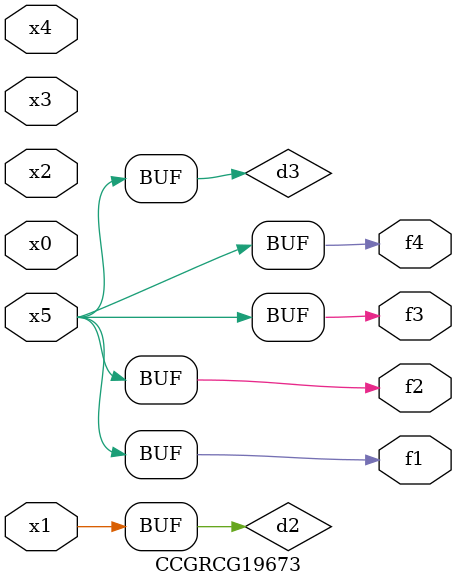
<source format=v>
module CCGRCG19673(
	input x0, x1, x2, x3, x4, x5,
	output f1, f2, f3, f4
);

	wire d1, d2, d3;

	not (d1, x5);
	or (d2, x1);
	xnor (d3, d1);
	assign f1 = d3;
	assign f2 = d3;
	assign f3 = d3;
	assign f4 = d3;
endmodule

</source>
